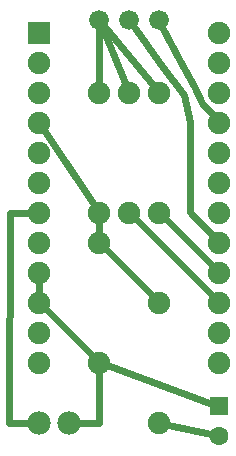
<source format=gbl>
G04 MADE WITH FRITZING*
G04 WWW.FRITZING.ORG*
G04 DOUBLE SIDED*
G04 HOLES PLATED*
G04 CONTOUR ON CENTER OF CONTOUR VECTOR*
%ASAXBY*%
%FSLAX23Y23*%
%MOIN*%
%OFA0B0*%
%SFA1.0B1.0*%
%ADD10C,0.075000*%
%ADD11C,0.066000*%
%ADD12C,0.062992*%
%ADD13C,0.078000*%
%ADD14R,0.075000X0.075000*%
%ADD15R,0.062992X0.062992*%
%ADD16C,0.024000*%
%LNCOPPER0*%
G90*
G70*
G54D10*
X551Y152D03*
X551Y552D03*
X551Y152D03*
X551Y552D03*
G54D11*
X351Y1494D03*
X451Y1494D03*
X551Y1494D03*
X351Y1494D03*
X451Y1494D03*
X551Y1494D03*
G54D10*
X151Y1452D03*
X751Y1452D03*
X151Y1352D03*
X751Y1352D03*
X151Y1252D03*
X751Y1252D03*
X151Y1152D03*
X751Y1152D03*
X151Y1052D03*
X751Y1052D03*
X151Y952D03*
X751Y952D03*
X151Y852D03*
X751Y852D03*
X151Y752D03*
X751Y752D03*
X151Y652D03*
X751Y652D03*
X151Y552D03*
X751Y552D03*
X151Y452D03*
X751Y452D03*
X151Y352D03*
X751Y352D03*
G54D12*
X751Y207D03*
X751Y109D03*
G54D10*
X351Y352D03*
X351Y752D03*
X351Y352D03*
X351Y752D03*
G54D13*
X251Y152D03*
X151Y152D03*
G54D10*
X551Y1252D03*
X551Y852D03*
X551Y1252D03*
X551Y852D03*
X451Y1252D03*
X451Y852D03*
X451Y1252D03*
X451Y852D03*
X351Y1252D03*
X351Y852D03*
X351Y1252D03*
X351Y852D03*
G54D14*
X151Y1452D03*
G54D15*
X751Y207D03*
G54D16*
X372Y732D02*
X531Y573D01*
D02*
X725Y114D02*
X579Y146D01*
D02*
X731Y673D02*
X572Y832D01*
D02*
X371Y1470D02*
X533Y1274D01*
D02*
X351Y324D02*
X350Y152D01*
D02*
X350Y152D02*
X281Y152D01*
D02*
X151Y581D02*
X151Y624D01*
D02*
X363Y1465D02*
X440Y1279D01*
D02*
X351Y1463D02*
X351Y1281D01*
D02*
X351Y781D02*
X351Y824D01*
D02*
X52Y852D02*
X123Y852D01*
D02*
X51Y152D02*
X52Y852D01*
D02*
X121Y152D02*
X51Y152D01*
D02*
X731Y573D02*
X472Y832D01*
D02*
X378Y343D02*
X726Y216D01*
D02*
X167Y1129D02*
X336Y876D01*
D02*
X172Y532D02*
X331Y373D01*
D02*
X633Y1246D02*
X652Y1153D01*
D02*
X652Y853D02*
X731Y773D01*
D02*
X652Y1153D02*
X652Y853D01*
D02*
X551Y1353D02*
X633Y1246D01*
D02*
X469Y1469D02*
X551Y1353D01*
D02*
X667Y1274D02*
X693Y1217D01*
D02*
X693Y1217D02*
X732Y1174D01*
D02*
X618Y1363D02*
X667Y1274D01*
D02*
X565Y1466D02*
X618Y1363D01*
G04 End of Copper0*
M02*
</source>
